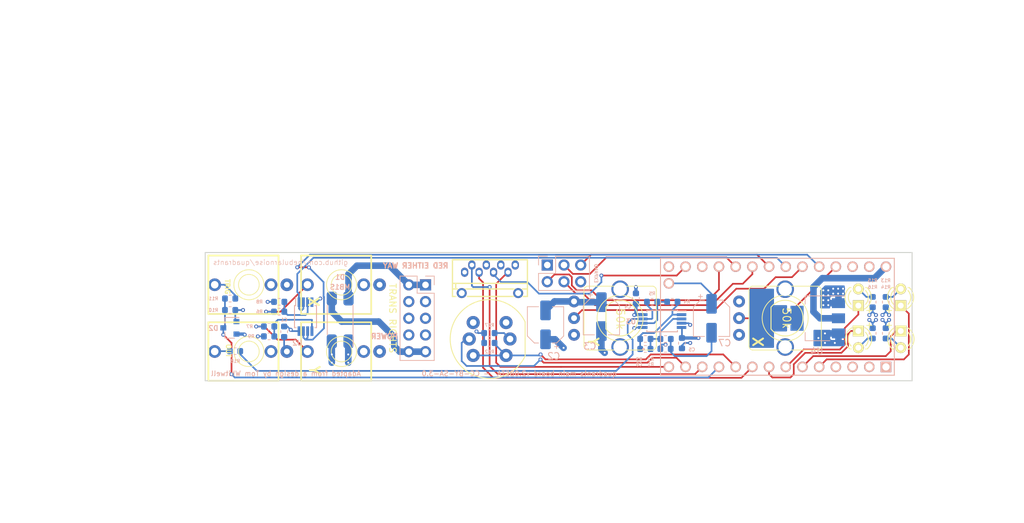
<source format=kicad_pcb>
(kicad_pcb (version 20171130) (host pcbnew "(5.1.5)-3")
  (layers (0 F.Cu signal) (1 In1.Cu signal) (2 In2.Cu signal) (31 B.Cu signal) (34 B.Paste user) (35 F.Paste user) (36 B.SilkS user) (37 F.SilkS user) (38 B.Mask user) (39 F.Mask user) (44 Edge.Cuts user))
  (net 0 "")
  (net 1 "Net-(U1-Pad20)")
  (net 2 "Net-(U1-Pad22)")
  (net 3 "Net-(U1-Pad4)")
  (net 4 "Net-(U1-Pad3)")
  (net 5 "Net-(U1-Pad2)")
  (net 6 +3V3)
  (net 7 GND)
  (net 8 MISO)
  (net 9 TIME_POT)
  (net 10 CHANNEL_POT)
  (net 11 +5V)
  (net 12 LED_RESET)
  (net 13 SS)
  (net 14 RESET_CV)
  (net 15 RESET_SW)
  (net 16 MOSI)
  (net 17 LED_4)
  (net 18 LED_3)
  (net 19 LED_2)
  (net 20 LED_1)
  (net 21 DAC)
  (net 22 SCLK)
  (net 23 A2)
  (net 24 A3)
  (net 25 A4)
  (net 26 A5)
  (net 27 TIME_CV_ADC)
  (net 28 CHANNEL_CV_ADC)
  (net 29 +12V)
  (net 30 -12V)
  (net 31 "Net-(C7-Pad2)")
  (net 32 "Net-(C8-Pad1)")
  (net 33 "Net-(C8-Pad2)")
  (net 34 "Net-(CON1-Pad1)")
  (net 35 "Net-(CON1-Pad8)")
  (net 36 "Net-(CON1-Pad9)")
  (net 37 "Net-(CON1-Pad10)")
  (net 38 "Net-(R4-Pad1)")
  (net 39 AUDIO_OUT)
  (net 40 TIME_CV)
  (net 41 CHANNEL_CV)
  (net 42 "Net-(J5-PadT)")
  (net 43 "Net-(J6-PadT)")
  (net 44 "Net-(J7-PadT)")
  (net 45 "Net-(J8-PadT)")
  (net 46 "Net-(J5-PadTN)")
  (net 47 "Net-(J6-PadTN)")
  (net 48 "Net-(J7-PadTN)")
  (net 49 "Net-(J8-PadTN)")
  (net 50 "Net-(HS1-Pad1)")
  (net 51 "Net-(R17-Pad2)")
  (net 52 "Net-(D1-Pad3)")
  (net 53 "Net-(D1-Pad4)")
  (net 54 "Net-(D5-Pad1)")
  (net 55 "Net-(D6-Pad1)")
  (net 56 "Net-(D7-Pad1)")
  (net 57 "Net-(D8-Pad1)")
  (module prok_smd:KS01BL (layer F.Cu) (at 143.25 68.15)
    (fp_text reference SW1 hide)
    (fp_text value SW_Push_LED)
    (pad 1 thru_hole circle (at 2.5 -2.5) (size 2 2) (drill 1) (layers *.Cu *.Mask) (net 6 +3V3))
    (pad 1 thru_hole circle (at -2.5 -2.5) (size 2 2) (drill 1) (layers *.Cu *.Mask) (net 6 +3V3))
    (pad 2 thru_hole circle (at -2.5 2.5) (size 2 2) (drill 1) (layers *.Cu *.Mask) (net 15 RESET_SW))
    (pad 2 thru_hole circle (at 2.5 2.5) (size 2 2) (drill 1) (layers *.Cu *.Mask) (net 15 RESET_SW))
    (pad 3 thru_hole circle (at 3.1 0) (size 2 2) (drill 1) (layers *.Cu *.Mask) (net 51 "Net-(R17-Pad2)"))
    (pad 4 thru_hole circle (at -3.1 0) (size 2 2) (drill 1) (layers *.Cu *.Mask) (net 12 LED_RESET))
  )
  (module Connector_PinHeader_2.54mm:PinHeader_2x05_P2.54mm_Vertical (layer B.Cu) (at 133.5 59.92 180)
    (fp_text reference J1 hide)
    (fp_text value POWER)
    (pad 10 thru_hole oval (at 2.54 -10.16 180) (size 1.7 1.7) (drill 1) (layers *.Cu *.Mask) (net 52 "Net-(D1-Pad3)"))
    (pad 9 thru_hole oval (at 0 -10.16 180) (size 1.7 1.7) (drill 1) (layers *.Cu *.Mask) (net 52 "Net-(D1-Pad3)"))
    (pad 8 thru_hole oval (at 2.54 -7.62 180) (size 1.7 1.7) (drill 1) (layers *.Cu *.Mask) (net 7 GND))
    (pad 7 thru_hole oval (at 0 -7.62 180) (size 1.7 1.7) (drill 1) (layers *.Cu *.Mask) (net 7 GND))
    (pad 6 thru_hole oval (at 2.54 -5.08 180) (size 1.7 1.7) (drill 1) (layers *.Cu *.Mask) (net 7 GND))
    (pad 5 thru_hole oval (at 0 -5.08 180) (size 1.7 1.7) (drill 1) (layers *.Cu *.Mask) (net 7 GND))
    (pad 4 thru_hole oval (at 2.54 -2.54 180) (size 1.7 1.7) (drill 1) (layers *.Cu *.Mask) (net 7 GND))
    (pad 3 thru_hole oval (at 0 -2.54 180) (size 1.7 1.7) (drill 1) (layers *.Cu *.Mask) (net 7 GND))
    (pad 2 thru_hole oval (at 2.54 0 180) (size 1.7 1.7) (drill 1) (layers *.Cu *.Mask) (net 53 "Net-(D1-Pad4)"))
    (pad 1 thru_hole rect (at 0 0 180) (size 1.7 1.7) (drill 1) (layers *.Cu *.Mask) (net 53 "Net-(D1-Pad4)"))
  )
  (module Resistor_SMD:R_0603_1608Metric (layer B.Cu) (at 109.7125 66.25 180)
    (fp_text reference R7 (at 2.9625 0 180) (layer B.SilkS) (effects (font (size 0.5 0.5) (thickness 0.1)) (justify mirror)))
    (fp_text value 27k)
    (pad 2 smd roundrect (at 0.7875 0 180) (size 0.875 0.95) (layers B.Cu B.Paste B.Mask) (net 43 "Net-(J6-PadT)"))
    (pad 1 smd roundrect (at -0.7875 0 180) (size 0.875 0.95) (layers B.Cu B.Paste B.Mask) (net 41 CHANNEL_CV))
  )
  (module Resistor_SMD:R_0603_1608Metric (layer B.Cu) (at 109.712499 67.75)
    (fp_text reference R9 (at -2.712499 0) (layer B.SilkS) (effects (font (size 0.5 0.5) (thickness 0.1)) (justify mirror)))
    (fp_text value 56k)
    (pad 1 smd roundrect (at -0.7875 0) (size 0.875 0.95) (layers B.Cu B.Paste B.Mask) (net 7 GND))
    (pad 2 smd roundrect (at 0.7875 0) (size 0.875 0.95) (layers B.Cu B.Paste B.Mask) (net 41 CHANNEL_CV))
  )
  (module Package_TO_SOT_SMD:SOT-23 (layer B.Cu) (at 103.75 66.45 180)
    (fp_text reference D2 (at 2.5 -0.05 180) (layer B.SilkS) (effects (font (size 0.75 0.75)) (justify mirror)))
    (fp_text value BAT54S hide)
    (pad 3 smd rect (at 1 0 180) (size 0.9 0.8) (layers B.Cu B.Paste B.Mask) (net 14 RESET_CV))
    (pad 2 smd rect (at -1 -0.95 180) (size 0.9 0.8) (layers B.Cu B.Paste B.Mask) (net 6 +3V3))
    (pad 1 smd rect (at -1 0.95 180) (size 0.9 0.8) (layers B.Cu B.Paste B.Mask) (net 7 GND))
  )
  (module NN_Footprints:SOIC-4-POWER (layer B.Cu) (at 120.5 65.25 90)
    (fp_text reference D1 (at 6.5 0) (layer B.SilkS) (effects (font (size 0.75 0.75)) (justify mirror)))
    (fp_text value MB1S)
    (fp_text user MB1S (at 5 0 unlocked) (layer B.SilkS) (effects (font (size 0.75 0.75)) (justify mirror)))
    (pad 1 smd roundrect (at -3.25 1.29 90) (size 2.1 1.55) (layers B.Cu B.Paste B.Mask) (net 29 +12V))
    (pad 2 smd roundrect (at -3.25 -1.25 90) (size 2.1 1.55) (layers B.Cu B.Paste B.Mask) (net 30 -12V))
    (pad 3 smd roundrect (at 3.25 -1.25 90) (size 2.1 1.55) (layers B.Cu B.Paste B.Mask) (net 52 "Net-(D1-Pad3)"))
    (pad 4 smd roundrect (at 3.25 1.29 90) (size 2.1 1.55) (layers B.Cu B.Paste B.Mask) (net 53 "Net-(D1-Pad4)"))
  )
  (module Resistor_SMD:R_0603_1608Metric (layer B.Cu) (at 143.2125 68.75 180)
    (fp_text reference R12 (at -0.0435 -1.354 180) (layer B.SilkS) (effects (font (size 0.5 0.5) (thickness 0.1)) (justify mirror)))
    (fp_text value 27k)
    (pad 2 smd roundrect (at 0.7875 0 180) (size 0.875 0.95) (layers B.Cu B.Paste B.Mask) (net 7 GND))
    (pad 1 smd roundrect (at -0.7875 0 180) (size 0.875 0.95) (layers B.Cu B.Paste B.Mask) (net 15 RESET_SW))
  )
  (module 4ms-footprints:LED-3MM-SQUARE-ANODE (layer F.Cu) (at 199.325 68.2 90)
    (fp_text reference D8 hide)
    (fp_text value LED hide)
    (pad 2 thru_hole rect (at 1.27 0 90) (size 1.651 1.651) (drill 0.889) (layers *.Cu *.Mask F.SilkS) (net 17 LED_4))
    (pad 1 thru_hole circle (at -1.27 0 180) (size 1.651 1.651) (drill 0.889) (layers *.Cu *.Mask F.SilkS) (net 57 "Net-(D8-Pad1)"))
  )
  (module 4ms-footprints:LED-3MM-SQUARE-ANODE (layer F.Cu) (at 199.325 61.8 270)
    (fp_text reference D7 hide)
    (fp_text value LED hide)
    (pad 2 thru_hole rect (at 1.27 0 270) (size 1.651 1.651) (drill 0.889) (layers *.Cu *.Mask F.SilkS) (net 18 LED_3))
    (pad 1 thru_hole circle (at -1.27 0) (size 1.651 1.651) (drill 0.889) (layers *.Cu *.Mask F.SilkS) (net 56 "Net-(D7-Pad1)"))
  )
  (module 4ms-footprints:LED-3MM-SQUARE-ANODE (layer F.Cu) (at 205.775 68.2 90)
    (fp_text reference D6 hide)
    (fp_text value LED hide)
    (pad 2 thru_hole rect (at 1.27 0 90) (size 1.651 1.651) (drill 0.889) (layers *.Cu *.Mask F.SilkS) (net 19 LED_2))
    (pad 1 thru_hole circle (at -1.27 0 180) (size 1.651 1.651) (drill 0.889) (layers *.Cu *.Mask F.SilkS) (net 55 "Net-(D6-Pad1)"))
  )
  (module 4ms-footprints:LED-3MM-SQUARE-ANODE (layer F.Cu) (at 205.775 61.8 270)
    (fp_text reference D5 hide)
    (fp_text value LED hide)
    (pad 2 thru_hole rect (at 1.27 0 270) (size 1.651 1.651) (drill 0.889) (layers *.Cu *.Mask F.SilkS) (net 20 LED_1))
    (pad 1 thru_hole circle (at -1.27 0) (size 1.651 1.651) (drill 0.889) (layers *.Cu *.Mask F.SilkS) (net 54 "Net-(D5-Pad1)"))
  )
  (module prok_smd:Teensy30_31_32_LC (layer B.Cu) (at 186.817 64.77 180)
    (fp_text reference U1 hide)
    (fp_text value Teensy3.2)
    (pad 1 thru_hole rect (at -16.71 -7.62 180) (size 1.6 1.6) (drill 1.1) (layers *.Cu *.Mask B.SilkS) (net 7 GND))
    (pad 2 thru_hole circle (at -14.17 -7.62 180) (size 1.6 1.6) (drill 1.1) (layers *.Cu *.Mask B.SilkS) (net 5 "Net-(U1-Pad2)"))
    (pad 3 thru_hole circle (at -11.63 -7.62 180) (size 1.6 1.6) (drill 1.1) (layers *.Cu *.Mask B.SilkS) (net 4 "Net-(U1-Pad3)"))
    (pad 4 thru_hole circle (at -9.09 -7.62 180) (size 1.6 1.6) (drill 1.1) (layers *.Cu *.Mask B.SilkS) (net 3 "Net-(U1-Pad4)"))
    (pad 5 thru_hole circle (at -6.55 -7.62 180) (size 1.6 1.6) (drill 1.1) (layers *.Cu *.Mask B.SilkS) (net 20 LED_1))
    (pad 6 thru_hole circle (at -4.01 -7.62 180) (size 1.6 1.6) (drill 1.1) (layers *.Cu *.Mask B.SilkS) (net 19 LED_2))
    (pad 7 thru_hole circle (at -1.47 -7.62 180) (size 1.6 1.6) (drill 1.1) (layers *.Cu *.Mask B.SilkS) (net 18 LED_3))
    (pad 8 thru_hole circle (at 1.07 -7.62 180) (size 1.6 1.6) (drill 1.1) (layers *.Cu *.Mask B.SilkS) (net 17 LED_4))
    (pad 9 thru_hole circle (at 3.61 -7.62 180) (size 1.6 1.6) (drill 1.1) (layers *.Cu *.Mask B.SilkS) (net 16 MOSI))
    (pad 10 thru_hole circle (at 6.15 -7.62 180) (size 1.6 1.6) (drill 1.1) (layers *.Cu *.Mask B.SilkS) (net 15 RESET_SW))
    (pad 11 thru_hole circle (at 8.69 -7.62 180) (size 1.6 1.6) (drill 1.1) (layers *.Cu *.Mask B.SilkS) (net 14 RESET_CV))
    (pad 12 thru_hole circle (at 11.23 -7.62 180) (size 1.6 1.6) (drill 1.1) (layers *.Cu *.Mask B.SilkS) (net 13 SS))
    (pad 13 thru_hole circle (at 13.77 -7.62 180) (size 1.6 1.6) (drill 1.1) (layers *.Cu *.Mask B.SilkS) (net 12 LED_RESET))
    (pad 33 thru_hole circle (at -16.71 7.62 180) (size 1.6 1.6) (drill 1.1) (layers *.Cu *.Mask B.SilkS) (net 11 +5V))
    (pad 32 thru_hole circle (at -14.17 7.62 180) (size 1.6 1.6) (drill 1.1) (layers *.Cu *.Mask B.SilkS) (net 7 GND))
    (pad 31 thru_hole circle (at -11.63 7.62 180) (size 1.6 1.6) (drill 1.1) (layers *.Cu *.Mask B.SilkS) (net 6 +3V3))
    (pad 30 thru_hole circle (at -9.09 7.62 180) (size 1.6 1.6) (drill 1.1) (layers *.Cu *.Mask B.SilkS) (net 10 CHANNEL_POT))
    (pad 29 thru_hole circle (at -6.55 7.62 180) (size 1.6 1.6) (drill 1.1) (layers *.Cu *.Mask B.SilkS) (net 28 CHANNEL_CV_ADC))
    (pad 28 thru_hole circle (at -4.01 7.62 180) (size 1.6 1.6) (drill 1.1) (layers *.Cu *.Mask B.SilkS) (net 9 TIME_POT))
    (pad 27 thru_hole circle (at -1.47 7.62 180) (size 1.6 1.6) (drill 1.1) (layers *.Cu *.Mask B.SilkS) (net 27 TIME_CV_ADC))
    (pad 26 thru_hole circle (at 1.07 7.62 180) (size 1.6 1.6) (drill 1.1) (layers *.Cu *.Mask B.SilkS) (net 26 A5))
    (pad 25 thru_hole circle (at 3.61 7.62 180) (size 1.6 1.6) (drill 1.1) (layers *.Cu *.Mask B.SilkS) (net 25 A4))
    (pad 24 thru_hole circle (at 6.15 7.62 180) (size 1.6 1.6) (drill 1.1) (layers *.Cu *.Mask B.SilkS) (net 24 A3))
    (pad 23 thru_hole circle (at 8.69 7.62 180) (size 1.6 1.6) (drill 1.1) (layers *.Cu *.Mask B.SilkS) (net 23 A2))
    (pad 22 thru_hole circle (at 11.23 7.62 180) (size 1.6 1.6) (drill 1.1) (layers *.Cu *.Mask B.SilkS) (net 2 "Net-(U1-Pad22)"))
    (pad 21 thru_hole circle (at 13.77 7.62 180) (size 1.6 1.6) (drill 1.1) (layers *.Cu *.Mask B.SilkS) (net 22 SCLK))
    (pad 14 thru_hole circle (at 16.31 -7.62 180) (size 1.6 1.6) (drill 1.1) (layers *.Cu *.Mask B.SilkS) (net 8 MISO))
    (pad 20 thru_hole circle (at 16.31 7.62 180) (size 1.6 1.6) (drill 1.1) (layers *.Cu *.Mask B.SilkS) (net 1 "Net-(U1-Pad20)"))
    (pad 19 thru_hole circle (at 16.31 5.08 180) (size 1.6 1.6) (drill 1.1) (layers *.Cu *.Mask B.SilkS) (net 21 DAC))
  )
  (module 4ms-footprints:MICROSD-YAMAICHI-PJS-VERT (layer F.Cu) (at 142.899751 59.62)
    (fp_text reference CON1 hide)
    (fp_text value microSD_Card)
    (pad 10 thru_hole oval (at 4.6926 1.54992) (size 1.524 1.524) (drill 0.9144) (layers *.Cu *.Mask) (net 37 "Net-(CON1-Pad10)"))
    (pad 9 thru_hole oval (at -3.8926 1.54992) (size 1.524 1.524) (drill 0.9144) (layers *.Cu *.Mask) (net 36 "Net-(CON1-Pad9)"))
    (pad 7 thru_hole oval (at 3.149931 -1.62) (size 1.0922 1.397) (drill 0.6858) (layers *.Cu *.Mask) (net 8 MISO))
    (pad 8 thru_hole oval (at 4.249751 -2.71982) (size 1.0922 1.397) (drill 0.6858) (layers *.Cu *.Mask) (net 35 "Net-(CON1-Pad8)"))
    (pad 5 thru_hole oval (at 0.950037 -1.62) (size 1.0922 1.397) (drill 0.6858) (layers *.Cu *.Mask) (net 22 SCLK))
    (pad 6 thru_hole oval (at 2.049857 -2.71982) (size 1.0922 1.397) (drill 0.6858) (layers *.Cu *.Mask) (net 7 GND))
    (pad 3 thru_hole oval (at -1.249857 -1.62) (size 1.0922 1.397) (drill 0.69977) (layers *.Cu *.Mask) (net 16 MOSI))
    (pad 4 thru_hole oval (at -0.150037 -2.71982) (size 1.0922 1.397) (drill 0.6858) (layers *.Cu *.Mask) (net 6 +3V3))
    (pad 1 thru_hole oval (at -3.449751 -1.62) (size 1.0922 1.397) (drill 0.6858) (layers *.Cu *.Mask) (net 34 "Net-(CON1-Pad1)"))
    (pad 2 thru_hole oval (at -2.349931 -2.71982) (size 1.0922 1.397) (drill 0.6858) (layers *.Cu *.Mask) (net 13 SS))
  )
  (module Capacitor_SMD:C_0603_1608Metric (layer B.Cu) (at 112 67.0375 270)
    (fp_text reference C1 (at -1.8035 0 180) (layer B.SilkS) (effects (font (size 0.5 0.5) (thickness 0.1)) (justify mirror)))
    (fp_text value 100n)
    (pad 1 smd roundrect (at -0.7875 0 270) (size 0.875 0.95) (layers B.Cu B.Paste B.Mask) (net 6 +3V3))
    (pad 2 smd roundrect (at 0.7875 0 270) (size 0.875 0.95) (layers B.Cu B.Paste B.Mask) (net 7 GND))
  )
  (module Capacitor_SMD:CP_Elec_5x5.9 (layer B.Cu) (at 151.75 66 90)
    (fp_text reference C2 (at -4.75 1.25 180) (layer B.SilkS) (effects (justify mirror)))
    (fp_text value 10uF)
    (pad 2 smd roundrect (at 2.2 0 90) (size 3 1.6) (layers B.Cu B.Paste B.Mask) (roundrect_rratio 0.15625) (net 7 GND))
    (pad 1 smd roundrect (at -2.2 0 90) (size 3 1.6) (layers B.Cu B.Paste B.Mask) (roundrect_rratio 0.15625) (net 29 +12V))
  )
  (module Capacitor_SMD:CP_Elec_5x5.9 (layer B.Cu) (at 160.25 64.75 270)
    (fp_text reference C3 (at 4.5 1.75) (layer B.SilkS) (effects (justify mirror)))
    (fp_text value 10uF)
    (pad 1 smd roundrect (at -2.2 0 270) (size 3 1.6) (layers B.Cu B.Paste B.Mask) (roundrect_rratio 0.15625) (net 7 GND))
    (pad 2 smd roundrect (at 2.2 0 270) (size 3 1.6) (layers B.Cu B.Paste B.Mask) (roundrect_rratio 0.15625) (net 30 -12V))
  )
  (module Capacitor_SMD:C_0603_1608Metric (layer B.Cu) (at 165.5 62 90)
    (fp_text reference C4 (at -1.25 -1.25 180) (layer B.SilkS) (effects (font (size 0.5 0.5) (thickness 0.1)) (justify mirror)))
    (fp_text value 100n)
    (pad 1 smd roundrect (at -0.7875 0 90) (size 0.875 0.95) (layers B.Cu B.Paste B.Mask) (net 29 +12V))
    (pad 2 smd roundrect (at 0.7875 0 90) (size 0.875 0.95) (layers B.Cu B.Paste B.Mask) (net 7 GND))
  )
  (module Capacitor_SMD:C_0603_1608Metric (layer B.Cu) (at 172.5 68.7875 90)
    (fp_text reference C5 (at -0.9625 1.5) (layer B.SilkS) (effects (font (size 0.5 0.5) (thickness 0.1)) (justify mirror)))
    (fp_text value 100n)
    (pad 2 smd roundrect (at 0.7875 0 90) (size 0.875 0.95) (layers B.Cu B.Paste B.Mask) (net 30 -12V))
    (pad 1 smd roundrect (at -0.7875 0 90) (size 0.875 0.95) (layers B.Cu B.Paste B.Mask) (net 7 GND))
  )
  (module Capacitor_SMD:CP_Elec_5x5.9 (layer B.Cu) (at 177 65 270)
    (fp_text reference C7 (at 3.75 -2) (layer B.SilkS) (effects (justify mirror)))
    (fp_text value 10uF)
    (pad 1 smd roundrect (at -2.2 0 270) (size 3 1.6) (layers B.Cu B.Paste B.Mask) (roundrect_rratio 0.15625) (net 21 DAC))
    (pad 2 smd roundrect (at 2.2 0 270) (size 3 1.6) (layers B.Cu B.Paste B.Mask) (roundrect_rratio 0.15625) (net 31 "Net-(C7-Pad2)"))
  )
  (module Capacitor_SMD:C_0603_1608Metric (layer B.Cu) (at 166.9319 69.6636 180)
    (fp_text reference C8 (at 0.9319 -2.3364) (layer B.SilkS) (effects (font (size 0.5 0.5) (thickness 0.1)) (justify mirror)))
    (fp_text value 150pF)
    (pad 1 smd roundrect (at -0.7875 0 180) (size 0.875 0.95) (layers B.Cu B.Paste B.Mask) (net 32 "Net-(C8-Pad1)"))
    (pad 2 smd roundrect (at 0.7875 0 180) (size 0.875 0.95) (layers B.Cu B.Paste B.Mask) (net 33 "Net-(C8-Pad2)"))
  )
  (module Resistor_SMD:R_0603_1608Metric (layer B.Cu) (at 170 69.65)
    (fp_text reference R1 (at -2.25 2.35 180) (layer B.SilkS) (effects (font (size 0.5 0.5) (thickness 0.1)) (justify mirror)))
    (fp_text value 39k)
    (pad 1 smd roundrect (at -0.7875 0) (size 0.875 0.95) (layers B.Cu B.Paste B.Mask) (net 7 GND))
    (pad 2 smd roundrect (at 0.7875 0) (size 0.875 0.95) (layers B.Cu B.Paste B.Mask) (net 31 "Net-(C7-Pad2)"))
  )
  (module Resistor_SMD:R_0603_1608Metric (layer B.Cu) (at 170.0125 68.15)
    (fp_text reference R2 (at -2.2625 3.1 180) (layer B.SilkS) (effects (font (size 0.5 0.5) (thickness 0.1)) (justify mirror)))
    (fp_text value 5.6k)
    (pad 2 smd roundrect (at 0.7875 0) (size 0.875 0.95) (layers B.Cu B.Paste B.Mask) (net 31 "Net-(C7-Pad2)"))
    (pad 1 smd roundrect (at -0.7875 0) (size 0.875 0.95) (layers B.Cu B.Paste B.Mask) (net 32 "Net-(C8-Pad1)"))
  )
  (module Resistor_SMD:R_0603_1608Metric (layer B.Cu) (at 166.9319 68.1396)
    (fp_text reference R3 (at -0.9319 3.1104 180) (layer B.SilkS) (effects (font (size 0.5 0.5) (thickness 0.1)) (justify mirror)))
    (fp_text value 56k)
    (pad 1 smd roundrect (at -0.7875 0) (size 0.875 0.95) (layers B.Cu B.Paste B.Mask) (net 33 "Net-(C8-Pad2)"))
    (pad 2 smd roundrect (at 0.7875 0) (size 0.875 0.95) (layers B.Cu B.Paste B.Mask) (net 32 "Net-(C8-Pad1)"))
  )
  (module Resistor_SMD:R_0603_1608Metric (layer B.Cu) (at 171.037499 62.5)
    (fp_text reference R4 (at 2.212501 0 180) (layer B.SilkS) (effects (font (size 0.5 0.5) (thickness 0.1)) (justify mirror)))
    (fp_text value 56k)
    (pad 1 smd roundrect (at -0.7875 0) (size 0.875 0.95) (layers B.Cu B.Paste B.Mask) (net 38 "Net-(R4-Pad1)"))
    (pad 2 smd roundrect (at 0.7875 0) (size 0.875 0.95) (layers B.Cu B.Paste B.Mask) (net 33 "Net-(C8-Pad2)"))
  )
  (module Resistor_SMD:R_0603_1608Metric (layer B.Cu) (at 167.9625 62.5)
    (fp_text reference R5 (at 0 -1.27 180) (layer B.SilkS) (effects (font (size 0.5 0.5) (thickness 0.1)) (justify mirror)))
    (fp_text value 56k)
    (pad 2 smd roundrect (at 0.7875 0) (size 0.875 0.95) (layers B.Cu B.Paste B.Mask) (net 38 "Net-(R4-Pad1)"))
    (pad 1 smd roundrect (at -0.7875 0) (size 0.875 0.95) (layers B.Cu B.Paste B.Mask) (net 39 AUDIO_OUT))
  )
  (module Package_SO:MSOP-8_3x3mm_P0.65mm (layer B.Cu) (at 115.25 64.749999 270)
    (fp_text reference U2 (at 4.000001 1.25) (layer B.SilkS) (effects (font (size 0.75 0.75)) (justify mirror)))
    (fp_text value MCP6002)
    (pad 8 smd rect (at 2.2 0.975 270) (size 1.45 0.45) (layers B.Cu B.Paste B.Mask) (net 6 +3V3))
    (pad 7 smd rect (at 2.2 0.325 270) (size 1.45 0.45) (layers B.Cu B.Paste B.Mask) (net 28 CHANNEL_CV_ADC))
    (pad 6 smd rect (at 2.2 -0.325 270) (size 1.45 0.45) (layers B.Cu B.Paste B.Mask) (net 28 CHANNEL_CV_ADC))
    (pad 5 smd rect (at 2.2 -0.975 270) (size 1.45 0.45) (layers B.Cu B.Paste B.Mask) (net 41 CHANNEL_CV))
    (pad 4 smd rect (at -2.2 -0.975 270) (size 1.45 0.45) (layers B.Cu B.Paste B.Mask) (net 7 GND))
    (pad 3 smd rect (at -2.2 -0.325 270) (size 1.45 0.45) (layers B.Cu B.Paste B.Mask) (net 40 TIME_CV))
    (pad 2 smd rect (at -2.2 0.325 270) (size 1.45 0.45) (layers B.Cu B.Paste B.Mask) (net 27 TIME_CV_ADC))
    (pad 1 smd rect (at -2.2 0.975 270) (size 1.45 0.45) (layers B.Cu B.Paste B.Mask) (net 27 TIME_CV_ADC))
  )
  (module Package_SO:TSSOP-8_4.4x3mm_P0.65mm (layer B.Cu) (at 169.486178 65.423616 180)
    (fp_text reference U3 (at 4.736178 -0.076384) (layer B.SilkS) (effects (font (size 0.75 0.75)) (justify mirror)))
    (fp_text value TL072)
    (pad 1 smd rect (at -2.95 0.975 180) (size 1.45 0.45) (layers B.Cu B.Paste B.Mask) (net 33 "Net-(C8-Pad2)"))
    (pad 2 smd rect (at -2.95 0.325 180) (size 1.45 0.45) (layers B.Cu B.Paste B.Mask) (net 32 "Net-(C8-Pad1)"))
    (pad 3 smd rect (at -2.95 -0.325 180) (size 1.45 0.45) (layers B.Cu B.Paste B.Mask) (net 7 GND))
    (pad 4 smd rect (at -2.95 -0.975 180) (size 1.45 0.45) (layers B.Cu B.Paste B.Mask) (net 30 -12V))
    (pad 5 smd rect (at 2.95 -0.975 180) (size 1.45 0.45) (layers B.Cu B.Paste B.Mask) (net 7 GND))
    (pad 6 smd rect (at 2.95 -0.325 180) (size 1.45 0.45) (layers B.Cu B.Paste B.Mask) (net 38 "Net-(R4-Pad1)"))
    (pad 7 smd rect (at 2.95 0.325 180) (size 1.45 0.45) (layers B.Cu B.Paste B.Mask) (net 39 AUDIO_OUT))
    (pad 8 smd rect (at 2.95 0.975 180) (size 1.45 0.45) (layers B.Cu B.Paste B.Mask) (net 29 +12V))
  )
  (module Package_TO_SOT_SMD:SOT-223 (layer B.Cu) (at 193.15 65 180)
    (fp_text reference U4 (at 0.15 -5) (layer B.SilkS) (effects (justify mirror)))
    (fp_text value REG1117)
    (pad 1 smd rect (at -3.15 2.3 180) (size 2 1.5) (layers B.Cu B.Paste B.Mask) (net 7 GND))
    (pad 3 smd rect (at -3.15 -2.3 180) (size 2 1.5) (layers B.Cu B.Paste B.Mask) (net 29 +12V))
    (pad 2 smd rect (at -3.15 0 180) (size 2 1.5) (layers B.Cu B.Paste B.Mask) (net 11 +5V))
    (pad 4 smd rect (at 3.15 0 180) (size 2 3.8) (layers B.Cu B.Paste B.Mask) (net 50 "Net-(HS1-Pad1)"))
  )
  (module 4ms-footprints:POT-9MM-ALPHA (layer F.Cu) (at 188.2 64.975 90)
    (fp_text reference X1 hide)
    (fp_text value 50k (at 1.729 -0.494 270 unlocked) (layer F.SilkS) (effects (font (size 1.2065 1.2065) (thickness 0.1524)) (justify left bottom)))
    (pad 5 thru_hole circle (at -4.394363 -0.001843 90) (size 2.667 2.667) (drill 2.0574) (layers *.Cu *.Mask))
    (pad 4 thru_hole circle (at 4.394037 -0.001843 90) (size 2.667 2.667) (drill 2.0574) (layers *.Cu *.Mask))
    (pad 1 thru_hole circle (at 2.539837 -7.012243) (size 1.8034 1.8034) (drill 0.889) (layers *.Cu *.Mask) (net 7 GND))
    (pad 2 thru_hole circle (at -0.000163 -7.012243) (size 1.8034 1.8034) (drill 0.889) (layers *.Cu *.Mask) (net 10 CHANNEL_POT))
    (pad 3 thru_hole circle (at -2.540163 -7.012243) (size 1.8034 1.8034) (drill 0.889) (layers *.Cu *.Mask) (net 6 +3V3))
  )
  (module 4ms-footprints:POT-9MM-ALPHA (layer F.Cu) (at 163.1 64.975 90)
    (fp_text reference Y1 hide)
    (fp_text value 50k (at 1.602 -0.667 270 unlocked) (layer F.SilkS) (effects (font (size 1.2065 1.2065) (thickness 0.1524)) (justify left bottom)))
    (pad 3 thru_hole circle (at -2.540163 -7.012243) (size 1.8034 1.8034) (drill 0.889) (layers *.Cu *.Mask) (net 6 +3V3))
    (pad 2 thru_hole circle (at -0.000163 -7.012243) (size 1.8034 1.8034) (drill 0.889) (layers *.Cu *.Mask) (net 9 TIME_POT))
    (pad 1 thru_hole circle (at 2.539837 -7.012243) (size 1.8034 1.8034) (drill 0.889) (layers *.Cu *.Mask) (net 7 GND))
    (pad 4 thru_hole circle (at 4.394037 -0.001843 90) (size 2.667 2.667) (drill 2.0574) (layers *.Cu *.Mask))
    (pad 5 thru_hole circle (at -4.394363 -0.001843 90) (size 2.667 2.667) (drill 2.0574) (layers *.Cu *.Mask))
  )
  (module Resistor_SMD:R_0603_1608Metric (layer B.Cu) (at 111.2405 64 180)
    (fp_text reference R6 (at 2.9905 0 180) (layer B.SilkS) (effects (font (size 0.5 0.5) (thickness 0.1)) (justify mirror)))
    (fp_text value 27k)
    (pad 1 smd roundrect (at -0.7875 0 180) (size 0.875 0.95) (layers B.Cu B.Paste B.Mask) (net 40 TIME_CV))
    (pad 2 smd roundrect (at 0.7875 0 180) (size 0.875 0.95) (layers B.Cu B.Paste B.Mask) (net 42 "Net-(J5-PadT)"))
  )
  (module Resistor_SMD:R_0603_1608Metric (layer B.Cu) (at 111.25 62.5)
    (fp_text reference R8 (at -3 0) (layer B.SilkS) (effects (font (size 0.5 0.5) (thickness 0.1)) (justify mirror)))
    (fp_text value 56k)
    (pad 2 smd roundrect (at 0.7875 0) (size 0.875 0.95) (layers B.Cu B.Paste B.Mask) (net 40 TIME_CV))
    (pad 1 smd roundrect (at -0.7875 0) (size 0.875 0.95) (layers B.Cu B.Paste B.Mask) (net 7 GND))
  )
  (module Resistor_SMD:R_0603_1608Metric (layer B.Cu) (at 103.7875 62)
    (fp_text reference R10 (at -2.5375 1.75 unlocked) (layer B.SilkS) (effects (font (size 0.5 0.5) (thickness 0.1)) (justify mirror)))
    (fp_text value 470R)
    (pad 1 smd roundrect (at -0.7875 0) (size 0.875 0.95) (layers B.Cu B.Paste B.Mask) (net 14 RESET_CV))
    (pad 2 smd roundrect (at 0.7875 0) (size 0.875 0.95) (layers B.Cu B.Paste B.Mask) (net 44 "Net-(J7-PadT)"))
  )
  (module Resistor_SMD:R_0603_1608Metric (layer B.Cu) (at 103.7875 63.75 180)
    (fp_text reference R11 (at 2.5375 1.75 unlocked) (layer B.SilkS) (effects (font (size 0.5 0.5) (thickness 0.1)) (justify mirror)))
    (fp_text value 100k)
    (pad 2 smd roundrect (at 0.7875 0 180) (size 0.875 0.95) (layers B.Cu B.Paste B.Mask) (net 14 RESET_CV))
    (pad 1 smd roundrect (at -0.7875 0 180) (size 0.875 0.95) (layers B.Cu B.Paste B.Mask) (net 7 GND))
  )
  (module Resistor_SMD:R_0603_1608Metric (layer B.Cu) (at 203.5 62.5375 90)
    (fp_text reference R13 (at 3.2875 0) (layer B.SilkS) (effects (font (size 0.5 0.5) (thickness 0.1)) (justify mirror)))
    (fp_text value 1.5k)
    (pad 1 smd roundrect (at -0.7875 0 90) (size 0.875 0.95) (layers B.Cu B.Paste B.Mask) (net 7 GND))
    (pad 2 smd roundrect (at 0.7875 0 90) (size 0.875 0.95) (layers B.Cu B.Paste B.Mask) (net 54 "Net-(D5-Pad1)"))
  )
  (module Resistor_SMD:R_0603_1608Metric (layer B.Cu) (at 203.5 67.2875 270)
    (fp_text reference R14 (at -7.0375 0 180) (layer B.SilkS) (effects (font (size 0.5 0.5) (thickness 0.1)) (justify mirror)))
    (fp_text value 1.5k hide)
    (pad 2 smd roundrect (at 0.7875 0 270) (size 0.875 0.95) (layers B.Cu B.Paste B.Mask) (net 55 "Net-(D6-Pad1)"))
    (pad 1 smd roundrect (at -0.7875 0 270) (size 0.875 0.95) (layers B.Cu B.Paste B.Mask) (net 7 GND))
  )
  (module Resistor_SMD:R_0603_1608Metric (layer B.Cu) (at 201.5 62.5375 90)
    (fp_text reference R15 (at 3.2875 0) (layer B.SilkS) (effects (font (size 0.5 0.5) (thickness 0.1)) (justify mirror)))
    (fp_text value 1.5k)
    (pad 2 smd roundrect (at 0.7875 0 90) (size 0.875 0.95) (layers B.Cu B.Paste B.Mask) (net 56 "Net-(D7-Pad1)"))
    (pad 1 smd roundrect (at -0.7875 0 90) (size 0.875 0.95) (layers B.Cu B.Paste B.Mask) (net 7 GND))
  )
  (module Resistor_SMD:R_0603_1608Metric (layer B.Cu) (at 201.5 67.2875 270)
    (fp_text reference R16 (at -7.0375 0 180) (layer B.SilkS) (effects (font (size 0.5 0.5) (thickness 0.1)) (justify mirror)))
    (fp_text value 1.5k hide)
    (pad 1 smd roundrect (at -0.7875 0 270) (size 0.875 0.95) (layers B.Cu B.Paste B.Mask) (net 7 GND))
    (pad 2 smd roundrect (at 0.7875 0 270) (size 0.875 0.95) (layers B.Cu B.Paste B.Mask) (net 57 "Net-(D8-Pad1)"))
  )
  (module Resistor_SMD:R_0603_1608Metric (layer B.Cu) (at 143.2125 67.25)
    (fp_text reference R17 (at 0.0435 -1.21) (layer B.SilkS) (effects (font (size 0.5 0.5) (thickness 0.1)) (justify mirror)))
    (fp_text value 1.5k)
    (pad 1 smd roundrect (at -0.7875 0) (size 0.875 0.95) (layers B.Cu B.Paste B.Mask) (net 7 GND))
    (pad 2 smd roundrect (at 0.7875 0) (size 0.875 0.95) (layers B.Cu B.Paste B.Mask) (net 51 "Net-(R17-Pad2)"))
  )
  (module Resistor_SMD:R_0603_1608Metric (layer B.Cu) (at 104.5375 70 180)
    (fp_text reference R18 (at -0.0375 -1.5 unlocked) (layer B.SilkS) (effects (font (size 0.5 0.5) (thickness 0.1)) (justify mirror)))
    (fp_text value 470R)
    (pad 1 smd roundrect (at -0.7875 0 180) (size 0.875 0.95) (layers B.Cu B.Paste B.Mask) (net 39 AUDIO_OUT))
    (pad 2 smd roundrect (at 0.7875 0 180) (size 0.875 0.95) (layers B.Cu B.Paste B.Mask) (net 45 "Net-(J8-PadT)"))
  )
  (module prok_smd:PJ301M-12 (layer F.Cu) (at 120.75 59.9)
    (fp_text reference J5 hide)
    (fp_text value TIME_CV hide)
    (pad T thru_hole circle (at -5.207 0) (size 1.9304 1.9304) (drill 1.143) (layers *.Cu *.Mask) (net 42 "Net-(J5-PadT)"))
    (pad S thru_hole circle (at 5.7658 0) (size 1.9304 1.9304) (drill 0.889) (layers *.Cu *.Mask) (net 7 GND))
    (pad TN thru_hole circle (at 3.3528 0) (size 1.9304 1.9304) (drill 1.143) (layers *.Cu *.Mask) (net 46 "Net-(J5-PadTN)"))
  )
  (module prok_smd:PJ301M-12 (layer F.Cu) (at 120.75 70.05)
    (fp_text reference J6 hide)
    (fp_text value CHANNEL_CV hide)
    (pad TN thru_hole circle (at 3.3528 0) (size 1.9304 1.9304) (drill 1.143) (layers *.Cu *.Mask) (net 47 "Net-(J6-PadTN)"))
    (pad S thru_hole circle (at 5.7658 0) (size 1.9304 1.9304) (drill 0.889) (layers *.Cu *.Mask) (net 7 GND))
    (pad T thru_hole circle (at -5.207 0) (size 1.9304 1.9304) (drill 1.143) (layers *.Cu *.Mask) (net 43 "Net-(J6-PadT)"))
  )
  (module prok_smd:PJ301M-12 (layer F.Cu) (at 106.65 59.9)
    (fp_text reference J7 hide)
    (fp_text value RESET_CV hide)
    (pad T thru_hole circle (at -5.207 0) (size 1.9304 1.9304) (drill 1.143) (layers *.Cu *.Mask) (net 44 "Net-(J7-PadT)"))
    (pad S thru_hole circle (at 5.7658 0) (size 1.9304 1.9304) (drill 0.889) (layers *.Cu *.Mask) (net 7 GND))
    (pad TN thru_hole circle (at 3.3528 0) (size 1.9304 1.9304) (drill 1.143) (layers *.Cu *.Mask) (net 48 "Net-(J7-PadTN)"))
  )
  (module prok_smd:PJ301M-12 (layer F.Cu) (at 106.65 70.05)
    (fp_text reference J8 hide)
    (fp_text value OUT (at -3.526 -1.216 270 unlocked) (layer F.SilkS) (effects (font (size 0.7 0.7) (thickness 0.1524)) (justify left bottom)))
    (pad TN thru_hole circle (at 3.3528 0) (size 1.9304 1.9304) (drill 1.143) (layers *.Cu *.Mask) (net 49 "Net-(J8-PadTN)"))
    (pad S thru_hole circle (at 5.7658 0) (size 1.9304 1.9304) (drill 0.889) (layers *.Cu *.Mask) (net 7 GND))
    (pad T thru_hole circle (at -5.207 0) (size 1.9304 1.9304) (drill 1.143) (layers *.Cu *.Mask) (net 45 "Net-(J8-PadT)"))
  )
  (module Connector_PinHeader_2.54mm:PinHeader_2x03_P2.54mm_Vertical (layer B.Cu) (at 152.02 56.9 270)
    (fp_text reference EXPAND1 hide)
    (fp_text value EXPAND (at 1.27 -7.41 270 unlocked) (layer B.SilkS) (effects (font (size 0.5 0.5) (thickness 0.1)) (justify mirror)))
    (pad 1 thru_hole rect (at 0 0 270) (size 1.7 1.7) (drill 1) (layers *.Cu *.Mask) (net 7 GND))
    (pad 2 thru_hole oval (at 2.54 0 270) (size 1.7 1.7) (drill 1) (layers *.Cu *.Mask) (net 23 A2))
    (pad 3 thru_hole oval (at 0 -2.54 270) (size 1.7 1.7) (drill 1) (layers *.Cu *.Mask) (net 24 A3))
    (pad 4 thru_hole oval (at 2.54 -2.54 270) (size 1.7 1.7) (drill 1) (layers *.Cu *.Mask) (net 25 A4))
    (pad 5 thru_hole oval (at 0 -5.08 270) (size 1.7 1.7) (drill 1) (layers *.Cu *.Mask) (net 26 A5))
    (pad 6 thru_hole oval (at 2.54 -5.08 270) (size 1.7 1.7) (drill 1) (layers *.Cu *.Mask) (net 6 +3V3))
  )
  (gr_text POWER (at 127.25 67.75) (layer B.SilkS) (effects (font (size 0.8 0.8) (thickness 0.2)) (justify mirror)))
  (gr_text "quadrants main board v2.0BETA  - CC-BY-SA-3.0" (at 147.75 73.406) (layer B.SilkS) (effects (font (size 0.75 0.75) (thickness 0.125)) (justify mirror)))
  (gr_text X (at 184.15 68.58 90) (layer F.SilkS) (effects (font (size 1.5 1.5) (thickness 0.3)) (justify mirror)))
  (gr_text Y (at 159.004 68.58 270) (layer F.SilkS) (effects (font (size 1.5 1.5) (thickness 0.3)) (justify mirror)))
  (gr_text TRIG (at 103.378 60.198 270) (layer F.SilkS) (effects (font (size 0.7 0.7) (thickness 0.175))))
  (gr_text Y (at 116.586 72.898 270) (layer F.SilkS) (effects (font (size 1.5 1.5) (thickness 0.3)) (justify mirror)))
  (gr_text X (at 116.586 62.484 90) (layer F.SilkS) (effects (font (size 1.5 1.5) (thickness 0.3)) (justify mirror)))
  (gr_text "Adapted from a design by Tom Whitwell" (at 112.268 73.406) (layer B.SilkS) (effects (font (size 0.75 0.75) (thickness 0.125)) (justify mirror)))
  (gr_text "RED EITHER WAY" (at 132 57) (layer B.SilkS) (effects (font (size 0.8 0.8) (thickness 0.2)) (justify mirror)))
  (gr_text "TRANS RIGHTS" (at 128.5 65 270) (layer F.SilkS) (effects (font (size 1 1))))
  (gr_text github.com/nebularnoise/quadrants (at 121.75 56.5) (layer B.SilkS) (effects (font (size 0.75 0.75) (thickness 0.075)) (justify left mirror)))
  (gr_text + (at 201 63.75) (layer F.SilkS) (effects (font (size 1 1))))
  (gr_text + (at 201 66) (layer F.SilkS) (effects (font (size 1 1))))
  (gr_text + (at 204 66) (layer F.SilkS) (effects (font (size 1 1))))
  (gr_text + (at 204 63.75) (layer F.SilkS) (effects (font (size 1 1))))
  (gr_line (start 100 55) (end 207.5 55) (layer Edge.Cuts) (width 0.15))
  (gr_line (start 100 74.5) (end 207.5 74.5) (layer Edge.Cuts) (width 0.15))
  (gr_line (start 100 55) (end 100 74.5) (layer Edge.Cuts) (width 0.15))
  (gr_circle (center 166.65 69.7) (end 166.65 69.8) (layer B.SilkS) (width 0.2))
  (gr_line (start 207.5 74.5) (end 207.5 55) (layer Edge.Cuts) (width 0.15))
  (via (at 113 66.75) (size 0.6) (drill 0.3) (layers F.Cu B.Cu) (net 6))
  (segment (start 112 66.25) (end 112.5 66.25) (width 0.254) (layer B.Cu) (net 6))
  (segment (start 112.5 66.25) (end 113 66.75) (width 0.254) (layer B.Cu) (net 6))
  (segment (start 113.199999 66.949999) (end 113 66.75) (width 0.254) (layer B.Cu) (net 6))
  (segment (start 114.275 66.949999) (end 113.199999 66.949999) (width 0.254) (layer B.Cu) (net 6))
  (via (at 106 67.5) (size 0.6) (drill 0.3) (layers F.Cu B.Cu) (net 6))
  (segment (start 105.9 67.4) (end 106 67.5) (width 0.5) (layer B.Cu) (net 6))
  (segment (start 104.75 67.4) (end 105.9 67.4) (width 0.5) (layer B.Cu) (net 6))
  (via (at 203 65.25) (size 0.6) (drill 0.3) (layers F.Cu B.Cu) (net 7))
  (segment (start 203.5 66.5) (end 203.5 65.75) (width 0.254) (layer B.Cu) (net 7))
  (segment (start 203.5 65.75) (end 203 65.25) (width 0.254) (layer B.Cu) (net 7))
  (via (at 204 65.25) (size 0.6) (drill 0.3) (layers F.Cu B.Cu) (net 7))
  (segment (start 203.5 65.75) (end 204 65.25) (width 0.254) (layer B.Cu) (net 7))
  (segment (start 203.5 63.325) (end 203.5 64) (width 0.254) (layer B.Cu) (net 7))
  (via (at 203 64.5) (size 0.6) (drill 0.3) (layers F.Cu B.Cu) (net 7))
  (segment (start 203.5 64) (end 203 64.5) (width 0.254) (layer B.Cu) (net 7))
  (via (at 204 64.5) (size 0.6) (drill 0.3) (layers F.Cu B.Cu) (net 7))
  (segment (start 203.5 64) (end 204 64.5) (width 0.254) (layer B.Cu) (net 7))
  (via (at 202 64.5) (size 0.6) (drill 0.3) (layers F.Cu B.Cu) (net 7))
  (segment (start 201.5 64) (end 202 64.5) (width 0.254) (layer B.Cu) (net 7))
  (segment (start 201.5 63.325) (end 201.5 64) (width 0.254) (layer B.Cu) (net 7))
  (via (at 201 64.5) (size 0.6) (drill 0.3) (layers F.Cu B.Cu) (net 7))
  (segment (start 201.5 64) (end 201 64.5) (width 0.254) (layer B.Cu) (net 7))
  (via (at 202 65.25) (size 0.6) (drill 0.3) (layers F.Cu B.Cu) (net 7))
  (segment (start 201.5 66.5) (end 201.5 65.75) (width 0.254) (layer B.Cu) (net 7))
  (segment (start 201.5 65.75) (end 202 65.25) (width 0.254) (layer B.Cu) (net 7))
  (via (at 201 65.25) (size 0.6) (drill 0.3) (layers F.Cu B.Cu) (net 7))
  (segment (start 201.5 65.75) (end 201 65.25) (width 0.254) (layer B.Cu) (net 7))
  (via (at 173.75 66) (size 0.6) (drill 0.3) (layers F.Cu B.Cu) (net 7))
  (segment (start 172.436178 65.748616) (end 173.498616 65.748616) (width 0.254) (layer B.Cu) (net 7))
  (segment (start 173.498616 65.748616) (end 173.75 66) (width 0.254) (layer B.Cu) (net 7))
  (via (at 165.25 66.5) (size 0.6) (drill 0.3) (layers F.Cu B.Cu) (net 7))
  (segment (start 166.536178 66.398616) (end 165.351384 66.398616) (width 0.254) (layer B.Cu) (net 7))
  (segment (start 165.351384 66.398616) (end 165.25 66.5) (width 0.254) (layer B.Cu) (net 7))
  (via (at 170 69) (size 0.6) (drill 0.3) (layers F.Cu B.Cu) (net 7))
  (segment (start 169.3875 69) (end 169.575736 69) (width 0.254) (layer B.Cu) (net 7))
  (segment (start 169.2125 69.175) (end 169.3875 69) (width 0.254) (layer B.Cu) (net 7))
  (segment (start 169.2125 69.65) (end 169.2125 69.175) (width 0.254) (layer B.Cu) (net 7))
  (segment (start 169.575736 69) (end 170 69) (width 0.254) (layer B.Cu) (net 7))
  (via (at 165.5 60.25) (size 0.6) (drill 0.3) (layers F.Cu B.Cu) (net 7))
  (segment (start 165.5 61.2125) (end 165.5 60.25) (width 0.5) (layer B.Cu) (net 7))
  (via (at 108 67.75) (size 0.6) (drill 0.3) (layers F.Cu B.Cu) (net 7))
  (segment (start 108.924999 67.75) (end 108 67.75) (width 0.254) (layer B.Cu) (net 7))
  (via (at 109.5 62.5) (size 0.6) (drill 0.3) (layers F.Cu B.Cu) (net 7))
  (segment (start 110.4625 62.5) (end 109.5 62.5) (width 0.254) (layer B.Cu) (net 7))
  (via (at 117.5 62.000004) (size 0.6) (drill 0.3) (layers F.Cu B.Cu) (net 7))
  (segment (start 116.950005 62.549999) (end 117.5 62.000004) (width 0.254) (layer B.Cu) (net 7))
  (segment (start 116.225 62.549999) (end 116.950005 62.549999) (width 0.254) (layer B.Cu) (net 7))
  (segment (start 112 69.6342) (end 112.4158 70.05) (width 0.254) (layer B.Cu) (net 7))
  (segment (start 112 67.825) (end 112 69.6342) (width 0.254) (layer B.Cu) (net 7))
  (segment (start 172.8875 68.75) (end 173.325736 68.75) (width 0.254) (layer B.Cu) (net 7))
  (segment (start 173.325736 68.75) (end 173.75 68.75) (width 0.254) (layer B.Cu) (net 7))
  (segment (start 172.5 69.575) (end 172.5 69.1375) (width 0.254) (layer B.Cu) (net 7))
  (via (at 173.75 68.75) (size 0.6) (drill 0.3) (layers F.Cu B.Cu) (net 7))
  (segment (start 172.5 69.1375) (end 172.8875 68.75) (width 0.254) (layer B.Cu) (net 7))
  (via (at 194.75 63) (size 0.6) (drill 0.3) (layers F.Cu B.Cu) (net 7))
  (via (at 194 63) (size 0.6) (drill 0.3) (layers F.Cu B.Cu) (net 7))
  (via (at 194 62.25) (size 0.6) (drill 0.3) (layers F.Cu B.Cu) (net 7))
  (via (at 194.75 62.25) (size 0.6) (drill 0.3) (layers F.Cu B.Cu) (net 7))
  (via (at 194.75 61.5) (size 0.6) (drill 0.3) (layers F.Cu B.Cu) (net 7))
  (via (at 194 61.5) (size 0.6) (drill 0.3) (layers F.Cu B.Cu) (net 7))
  (via (at 194 60.75) (size 0.6) (drill 0.3) (layers F.Cu B.Cu) (net 7))
  (via (at 194.75 60.75) (size 0.6) (drill 0.3) (layers F.Cu B.Cu) (net 7))
  (via (at 196.25 61.25) (size 0.6) (drill 0.3) (layers F.Cu B.Cu) (net 7))
  (via (at 197 61.25) (size 0.6) (drill 0.3) (layers F.Cu B.Cu) (net 7))
  (via (at 195.5 61.25) (size 0.6) (drill 0.3) (layers F.Cu B.Cu) (net 7))
  (via (at 195.5 60.5) (size 0.6) (drill 0.3) (layers F.Cu B.Cu) (net 7))
  (via (at 196.25 60.5) (size 0.6) (drill 0.3) (layers F.Cu B.Cu) (net 7))
  (via (at 197 60.5) (size 0.6) (drill 0.3) (layers F.Cu B.Cu) (net 7))
  (segment (start 156.202594 62.55) (end 156.087757 62.435163) (width 1) (layer B.Cu) (net 7))
  (segment (start 160.25 62.55) (end 156.202594 62.55) (width 1) (layer B.Cu) (net 7))
  (segment (start 153.114837 62.435163) (end 151.75 63.8) (width 1) (layer B.Cu) (net 7))
  (segment (start 156.087757 62.435163) (end 153.114837 62.435163) (width 1) (layer B.Cu) (net 7))
  (segment (start 104.575 65.325) (end 104.75 65.5) (width 0.254) (layer B.Cu) (net 7))
  (segment (start 104.575 63.75) (end 104.575 65.325) (width 0.254) (layer B.Cu) (net 7))
  (via (at 105.75 63.75) (size 0.6) (drill 0.3) (layers F.Cu B.Cu) (net 7))
  (segment (start 104.575 63.75) (end 105.75 63.75) (width 0.254) (layer B.Cu) (net 7))
  (segment (start 142.425 67.25) (end 142.425 68.75) (width 0.254) (layer B.Cu) (net 7))
  (via (at 141.25 67) (size 0.6) (drill 0.3) (layers F.Cu B.Cu) (net 7))
  (segment (start 141.5 67.25) (end 141.25 67) (width 0.254) (layer B.Cu) (net 7))
  (segment (start 142.425 67.25) (end 141.5 67.25) (width 0.254) (layer B.Cu) (net 7))
  (segment (start 170.507 72.39) (end 154.110004 72.39) (width 0.254) (layer F.Cu) (net 8))
  (segment (start 146 58) (end 146.049682 58) (width 0.254) (layer F.Cu) (net 8))
  (segment (start 144.25 59.75) (end 146 58) (width 0.254) (layer F.Cu) (net 8))
  (segment (start 144.25 71.75) (end 144.25 59.75) (width 0.254) (layer F.Cu) (net 8))
  (segment (start 154.110004 72.39) (end 144.89 72.39) (width 0.254) (layer F.Cu) (net 8))
  (segment (start 144.89 72.39) (end 144.25 71.75) (width 0.254) (layer F.Cu) (net 8))
  (segment (start 157.31292 63.75) (end 156.989456 64.073464) (width 0.254) (layer F.Cu) (net 9))
  (segment (start 177.519415 63.75) (end 157.31292 63.75) (width 0.254) (layer F.Cu) (net 9))
  (segment (start 185 60.5) (end 180.769415 60.5) (width 0.254) (layer F.Cu) (net 9))
  (segment (start 156.989456 64.073464) (end 156.087757 64.975163) (width 0.254) (layer F.Cu) (net 9))
  (segment (start 180.769415 60.5) (end 177.519415 63.75) (width 0.254) (layer F.Cu) (net 9))
  (segment (start 190.827 57.15) (end 189.227 58.75) (width 0.254) (layer F.Cu) (net 9))
  (segment (start 189.227 58.75) (end 186.75 58.75) (width 0.254) (layer F.Cu) (net 9))
  (segment (start 186.75 58.75) (end 185 60.5) (width 0.254) (layer F.Cu) (net 9))
  (segment (start 181.212594 65) (end 181.187757 64.975163) (width 0.254) (layer F.Cu) (net 10))
  (segment (start 195.907 57.15) (end 188.057 65) (width 0.254) (layer F.Cu) (net 10))
  (segment (start 188.057 65) (end 181.212594 65) (width 0.254) (layer F.Cu) (net 10))
  (segment (start 193.5 65) (end 196.3 65) (width 1) (layer B.Cu) (net 11))
  (segment (start 201.777 58.9) (end 193.85 58.9) (width 1) (layer B.Cu) (net 11))
  (segment (start 192.5 60.25) (end 192.5 64) (width 1) (layer B.Cu) (net 11))
  (segment (start 203.527 57.15) (end 201.777 58.9) (width 1) (layer B.Cu) (net 11))
  (segment (start 193.85 58.9) (end 192.5 60.25) (width 1) (layer B.Cu) (net 11))
  (segment (start 192.5 64) (end 193.5 65) (width 1) (layer B.Cu) (net 11))
  (segment (start 173.047 72.39) (end 173.047 72.703) (width 0.254) (layer F.Cu) (net 12))
  (segment (start 140.5 68.5) (end 140.5 68.75) (width 0.254) (layer F.Cu) (net 12))
  (segment (start 140.15 68.15) (end 140.5 68.5) (width 0.254) (layer F.Cu) (net 12))
  (via (at 150.983255 71.266745) (size 0.6) (drill 0.3) (layers F.Cu B.Cu) (net 12))
  (segment (start 171.657 71) (end 168 71) (width 0.254) (layer F.Cu) (net 12))
  (segment (start 151.283254 71.566744) (end 150.983255 71.266745) (width 0.254) (layer F.Cu) (net 12))
  (segment (start 173.047 72.39) (end 171.657 71) (width 0.254) (layer F.Cu) (net 12))
  (segment (start 151.46651 71.75) (end 151.283254 71.566744) (width 0.254) (layer F.Cu) (net 12))
  (segment (start 168 71) (end 167.25 71.75) (width 0.254) (layer F.Cu) (net 12))
  (segment (start 167.25 71.75) (end 151.46651 71.75) (width 0.254) (layer F.Cu) (net 12))
  (segment (start 140.15 68.219918) (end 140.15 68.15) (width 0.254) (layer B.Cu) (net 12))
  (segment (start 139.6 68.15) (end 140.15 68.15) (width 0.254) (layer B.Cu) (net 12))
  (segment (start 150.983255 71.266745) (end 150 72.25) (width 0.254) (layer B.Cu) (net 12))
  (segment (start 139.75 72.25) (end 139 71.5) (width 0.254) (layer B.Cu) (net 12))
  (segment (start 139 71.5) (end 139 68.75) (width 0.254) (layer B.Cu) (net 12))
  (segment (start 150 72.25) (end 139.75 72.25) (width 0.254) (layer B.Cu) (net 12))
  (segment (start 139 68.75) (end 139.6 68.15) (width 0.254) (layer B.Cu) (net 12))
  (segment (start 142.825736 60.25) (end 143.25 60.25) (width 0.254) (layer B.Cu) (net 13))
  (segment (start 140.75 60.25) (end 142.825736 60.25) (width 0.254) (layer B.Cu) (net 13))
  (segment (start 140.54982 60.04982) (end 140.75 60.25) (width 0.254) (layer B.Cu) (net 13))
  (via (at 143.25 60.25) (size 0.6) (drill 0.3) (layers F.Cu B.Cu) (net 13))
  (segment (start 140.54982 56.90018) (end 140.54982 60.04982) (width 0.254) (layer B.Cu) (net 13))
  (segment (start 143.25 72.25) (end 143.25 60.25) (width 0.254) (layer F.Cu) (net 13))
  (segment (start 144.5 73.5) (end 143.25 72.25) (width 0.254) (layer F.Cu) (net 13))
  (segment (start 175.587 72.39) (end 174.477 73.5) (width 0.254) (layer F.Cu) (net 13))
  (segment (start 174.477 73.5) (end 144.5 73.5) (width 0.254) (layer F.Cu) (net 13))
  (segment (start 103 62) (end 103 63.75) (width 0.254) (layer B.Cu) (net 14))
  (segment (start 103 66.2) (end 102.75 66.45) (width 0.254) (layer B.Cu) (net 14))
  (segment (start 103 63.75) (end 103 66.2) (width 0.254) (layer B.Cu) (net 14))
  (via (at 102.75 67.5) (size 0.6) (drill 0.3) (layers F.Cu B.Cu) (net 14))
  (segment (start 102.75 66.45) (end 102.75 67.5) (width 0.254) (layer B.Cu) (net 14))
  (via (at 104 73.5) (size 0.6) (drill 0.3) (layers F.Cu B.Cu) (net 14))
  (segment (start 176.517 74) (end 178.127 72.39) (width 0.254) (layer B.Cu) (net 14))
  (segment (start 104 73.5) (end 104.5 74) (width 0.254) (layer B.Cu) (net 14))
  (segment (start 104.5 74) (end 176.517 74) (width 0.254) (layer B.Cu) (net 14))
  (segment (start 104 68.75) (end 104 73.5) (width 0.254) (layer F.Cu) (net 14))
  (segment (start 102.75 67.5) (end 104 68.75) (width 0.254) (layer F.Cu) (net 14))
  (segment (start 144 68.9) (end 144 68.75) (width 0.254) (layer B.Cu) (net 15))
  (segment (start 145.75 70.65) (end 144 68.9) (width 0.254) (layer B.Cu) (net 15))
  (segment (start 180.667 72.39) (end 178.777 70.5) (width 0.254) (layer F.Cu) (net 15))
  (segment (start 178.777 70.5) (end 167.75 70.5) (width 0.254) (layer F.Cu) (net 15))
  (segment (start 151.299999 70.799999) (end 151 70.5) (width 0.254) (layer F.Cu) (net 15))
  (via (at 151 70.5) (size 0.6) (drill 0.3) (layers F.Cu B.Cu) (net 15))
  (segment (start 151.75 71.25) (end 151.299999 70.799999) (width 0.254) (layer F.Cu) (net 15))
  (segment (start 167.75 70.5) (end 167 71.25) (width 0.254) (layer F.Cu) (net 15))
  (segment (start 167 71.25) (end 151.75 71.25) (width 0.254) (layer F.Cu) (net 15))
  (segment (start 140.75 70.65) (end 145.75 70.65) (width 0.254) (layer B.Cu) (net 15))
  (segment (start 150.85 70.65) (end 151 70.5) (width 0.254) (layer B.Cu) (net 15))
  (segment (start 145.75 70.65) (end 150.85 70.65) (width 0.254) (layer B.Cu) (net 15))
  (segment (start 141.649894 58.9525) (end 141.649894 58) (width 0.254) (layer F.Cu) (net 16))
  (segment (start 181.547001 74.049999) (end 143.799999 74.049999) (width 0.254) (layer F.Cu) (net 16))
  (segment (start 142.25 59.552606) (end 141.649894 58.9525) (width 0.254) (layer F.Cu) (net 16))
  (segment (start 183.207 72.39) (end 181.547001 74.049999) (width 0.254) (layer F.Cu) (net 16))
  (segment (start 143.799999 74.049999) (end 142.25 72.5) (width 0.254) (layer F.Cu) (net 16))
  (segment (start 142.25 72.5) (end 142.25 59.552606) (width 0.254) (layer F.Cu) (net 16))
  (segment (start 197.75 69.25) (end 197.75 67.4255) (width 0.254) (layer F.Cu) (net 17))
  (segment (start 191.25 70.25) (end 196.75 70.25) (width 0.254) (layer F.Cu) (net 17))
  (segment (start 185.747 73.497) (end 186.25 74) (width 0.254) (layer F.Cu) (net 17))
  (segment (start 198.2455 66.93) (end 199.325 66.93) (width 0.254) (layer F.Cu) (net 17))
  (segment (start 197.75 67.4255) (end 198.2455 66.93) (width 0.254) (layer F.Cu) (net 17))
  (segment (start 189.5 72) (end 191.25 70.25) (width 0.254) (layer F.Cu) (net 17))
  (segment (start 189.5 73.5) (end 189.5 72) (width 0.254) (layer F.Cu) (net 17))
  (segment (start 185.747 72.39) (end 185.747 73.497) (width 0.254) (layer F.Cu) (net 17))
  (segment (start 196.75 70.25) (end 197.75 69.25) (width 0.254) (layer F.Cu) (net 17))
  (segment (start 186.25 74) (end 189 74) (width 0.254) (layer F.Cu) (net 17))
  (segment (start 189 74) (end 189.5 73.5) (width 0.254) (layer F.Cu) (net 17))
  (segment (start 199.325 64.425) (end 199.325 63.07) (width 0.254) (layer F.Cu) (net 18))
  (segment (start 197.25 66.5) (end 199.325 64.425) (width 0.254) (layer F.Cu) (net 18))
  (segment (start 188.36 72.39) (end 191 69.75) (width 0.254) (layer F.Cu) (net 18))
  (segment (start 188.287 72.39) (end 188.36 72.39) (width 0.254) (layer F.Cu) (net 18))
  (segment (start 191 69.75) (end 196.5 69.75) (width 0.254) (layer F.Cu) (net 18))
  (segment (start 196.5 69.75) (end 197.25 69) (width 0.254) (layer F.Cu) (net 18))
  (segment (start 197.25 69) (end 197.25 66.5) (width 0.254) (layer F.Cu) (net 18))
  (segment (start 205.07 66.93) (end 205.775 66.93) (width 0.254) (layer F.Cu) (net 19))
  (segment (start 192.467 70.75) (end 203.5 70.75) (width 0.254) (layer F.Cu) (net 19))
  (segment (start 190.827 72.39) (end 192.467 70.75) (width 0.254) (layer F.Cu) (net 19))
  (segment (start 203.5 70.75) (end 204.25 70) (width 0.254) (layer F.Cu) (net 19))
  (segment (start 204.25 70) (end 204.25 67.75) (width 0.254) (layer F.Cu) (net 19))
  (segment (start 204.25 67.75) (end 205.07 66.93) (width 0.254) (layer F.Cu) (net 19))
  (segment (start 193.367 72.39) (end 194.507 71.25) (width 0.254) (layer F.Cu) (net 20))
  (segment (start 194.507 71.25) (end 206.25 71.25) (width 0.254) (layer F.Cu) (net 20))
  (segment (start 206.25 71.25) (end 207 70.5) (width 0.254) (layer F.Cu) (net 20))
  (segment (start 207 70.5) (end 207 64.295) (width 0.254) (layer F.Cu) (net 20))
  (segment (start 207 64.295) (end 205.775 63.07) (width 0.254) (layer F.Cu) (net 20))
  (segment (start 175.39 59.69) (end 170.507 59.69) (width 0.254) (layer B.Cu) (net 21))
  (segment (start 177 62.8) (end 177 61.3) (width 0.254) (layer B.Cu) (net 21))
  (segment (start 177 61.3) (end 175.39 59.69) (width 0.254) (layer B.Cu) (net 21))
  (segment (start 173.047 57.15) (end 171.697 58.5) (width 0.254) (layer F.Cu) (net 22))
  (via (at 160.25 58.5) (size 0.6) (drill 0.3) (layers F.Cu B.Cu) (net 22))
  (segment (start 171.697 58.5) (end 160.25 58.5) (width 0.254) (layer F.Cu) (net 22))
  (segment (start 160.25 59.5) (end 160.25 58.5) (width 0.254) (layer B.Cu) (net 22))
  (segment (start 158.5 61.25) (end 160.25 59.5) (width 0.254) (layer B.Cu) (net 22))
  (segment (start 143.849788 58) (end 143.849788 58.349788) (width 0.254) (layer B.Cu) (net 22))
  (segment (start 145 59.5) (end 149 59.5) (width 0.254) (layer B.Cu) (net 22))
  (segment (start 149 59.5) (end 150.75 61.25) (width 0.254) (layer B.Cu) (net 22))
  (segment (start 143.849788 58.349788) (end 145 59.5) (width 0.254) (layer B.Cu) (net 22))
  (segment (start 150.75 61.25) (end 158.5 61.25) (width 0.254) (layer B.Cu) (net 22))
  (segment (start 178.127 60.623) (end 178.127 57.15) (width 0.254) (layer F.Cu) (net 23))
  (segment (start 176.5 62.25) (end 178.127 60.623) (width 0.254) (layer F.Cu) (net 23))
  (segment (start 160.25 62.25) (end 176.5 62.25) (width 0.254) (layer F.Cu) (net 23))
  (segment (start 156.5 60.75) (end 158.75 60.75) (width 0.254) (layer F.Cu) (net 23))
  (segment (start 153.124001 58.335999) (end 155.356585 58.335999) (width 0.254) (layer F.Cu) (net 23))
  (segment (start 158.75 60.75) (end 160.25 62.25) (width 0.254) (layer F.Cu) (net 23))
  (segment (start 152.02 59.44) (end 153.124001 58.335999) (width 0.254) (layer F.Cu) (net 23))
  (segment (start 155.75 58.729414) (end 155.75 60) (width 0.254) (layer F.Cu) (net 23))
  (segment (start 155.356585 58.335999) (end 155.75 58.729414) (width 0.254) (layer F.Cu) (net 23))
  (segment (start 155.75 60) (end 156.5 60.75) (width 0.254) (layer F.Cu) (net 23))
  (segment (start 179.267 55.75) (end 161 55.75) (width 0.254) (layer F.Cu) (net 24))
  (segment (start 155.409999 57.749999) (end 154.56 56.9) (width 0.254) (layer F.Cu) (net 24))
  (segment (start 180.667 57.15) (end 179.267 55.75) (width 0.254) (layer F.Cu) (net 24))
  (segment (start 155.91 58.25) (end 155.409999 57.749999) (width 0.254) (layer F.Cu) (net 24))
  (segment (start 158.5 58.25) (end 155.91 58.25) (width 0.254) (layer F.Cu) (net 24))
  (segment (start 161 55.75) (end 158.5 58.25) (width 0.254) (layer F.Cu) (net 24))
  (segment (start 182.725 57.15) (end 183.207 57.15) (width 0.254) (layer F.Cu) (net 25))
  (segment (start 183.207 58.293) (end 183.207 57.15) (width 0.254) (layer F.Cu) (net 25))
  (segment (start 181.75 59.75) (end 183.207 58.293) (width 0.254) (layer F.Cu) (net 25))
  (segment (start 156.37 61.25) (end 157.5 61.25) (width 0.254) (layer F.Cu) (net 25))
  (segment (start 180.25 59.75) (end 181.75 59.75) (width 0.254) (layer F.Cu) (net 25))
  (segment (start 177 63) (end 180.25 59.75) (width 0.254) (layer F.Cu) (net 25))
  (segment (start 154.56 59.44) (end 156.37 61.25) (width 0.254) (layer F.Cu) (net 25))
  (segment (start 157.5 61.25) (end 159.25 63) (width 0.254) (layer F.Cu) (net 25))
  (segment (start 159.25 63) (end 177 63) (width 0.254) (layer F.Cu) (net 25))
  (segment (start 158.67099 55.32901) (end 157.1 56.9) (width 0.254) (layer F.Cu) (net 26))
  (segment (start 185.747 57.15) (end 183.92601 55.32901) (width 0.254) (layer F.Cu) (net 26))
  (segment (start 183.92601 55.32901) (end 158.67099 55.32901) (width 0.254) (layer F.Cu) (net 26))
  (segment (start 114.275 63.528999) (end 114.5 63.753999) (width 0.254) (layer B.Cu) (net 27))
  (segment (start 114.275 62.549999) (end 114.275 63.528999) (width 0.254) (layer B.Cu) (net 27))
  (segment (start 114.925 63.528999) (end 114.925 62.549999) (width 0.254) (layer B.Cu) (net 27))
  (segment (start 114.7 63.753999) (end 114.925 63.528999) (width 0.254) (layer B.Cu) (net 27))
  (segment (start 114.5 63.753999) (end 114.7 63.753999) (width 0.254) (layer B.Cu) (net 27))
  (segment (start 114.25 62.524999) (end 114.275 62.549999) (width 0.254) (layer B.Cu) (net 27))
  (segment (start 114.25 61.25) (end 114.25 62.524999) (width 0.254) (layer B.Cu) (net 27))
  (segment (start 186.932999 55.795999) (end 116.454001 55.795999) (width 0.254) (layer B.Cu) (net 27))
  (segment (start 116.454001 55.795999) (end 114 58.25) (width 0.254) (layer B.Cu) (net 27))
  (segment (start 188.287 57.15) (end 186.932999 55.795999) (width 0.254) (layer B.Cu) (net 27))
  (segment (start 114 58.25) (end 114 61) (width 0.254) (layer B.Cu) (net 27))
  (segment (start 114 61) (end 114.25 61.25) (width 0.254) (layer B.Cu) (net 27))
  (segment (start 193.367 57.15) (end 191.54601 55.32901) (width 0.254) (layer B.Cu) (net 28))
  (segment (start 134.746726 55.32901) (end 135.17099 55.32901) (width 0.254) (layer B.Cu) (net 28))
  (segment (start 191.54601 55.32901) (end 135.17099 55.32901) (width 0.254) (layer B.Cu) (net 28))
  (segment (start 114.925 67.928999) (end 115.246001 68.25) (width 0.254) (layer B.Cu) (net 28))
  (segment (start 115.246001 68.25) (end 115.248001 68.25) (width 0.254) (layer B.Cu) (net 28))
  (segment (start 115.575 67.928999) (end 115.253999 68.25) (width 0.254) (layer B.Cu) (net 28))
  (segment (start 115.253999 68.25) (end 115.248001 68.25) (width 0.254) (layer B.Cu) (net 28))
  (segment (start 114.925 66.949999) (end 114.925 67.928999) (width 0.254) (layer B.Cu) (net 28))
  (segment (start 115.575 66.949999) (end 115.575 67.928999) (width 0.254) (layer B.Cu) (net 28))
  (via (at 114 57.25) (size 0.6) (drill 0.3) (layers F.Cu B.Cu) (net 28))
  (segment (start 134.746726 55.32901) (end 115.92099 55.32901) (width 0.254) (layer B.Cu) (net 28))
  (segment (start 115.92099 55.32901) (end 114 57.25) (width 0.254) (layer B.Cu) (net 28))
  (via (at 115.766738 57.266738) (size 0.6) (drill 0.3) (layers F.Cu B.Cu) (net 28))
  (segment (start 114 57.25) (end 115.75 57.25) (width 0.254) (layer F.Cu) (net 28))
  (segment (start 115.75 57.25) (end 115.766738 57.266738) (width 0.254) (layer F.Cu) (net 28))
  (segment (start 115.766738 57.266738) (end 118 59.5) (width 0.254) (layer B.Cu) (net 28))
  (segment (start 115.672265 68.25) (end 115.248001 68.25) (width 0.254) (layer B.Cu) (net 28))
  (segment (start 116.332201 68.25) (end 115.672265 68.25) (width 0.254) (layer B.Cu) (net 28))
  (segment (start 118.054001 66.5282) (end 116.332201 68.25) (width 0.254) (layer B.Cu) (net 28))
  (segment (start 118.054001 61.734083) (end 118.054001 66.5282) (width 0.254) (layer B.Cu) (net 28))
  (segment (start 118 61.680082) (end 118.054001 61.734083) (width 0.254) (layer B.Cu) (net 28))
  (segment (start 118 59.5) (end 118 61.680082) (width 0.254) (layer B.Cu) (net 28))
  (via (at 194.25 68.75) (size 0.6) (drill 0.3) (layers F.Cu B.Cu) (net 29))
  (via (at 194.25 67.3) (size 0.6) (drill 0.3) (layers F.Cu B.Cu) (net 29))
  (via (at 193.25 68) (size 0.6) (drill 0.3) (layers F.Cu B.Cu) (net 29))
  (via (at 195.75 68.75) (size 0.6) (drill 0.3) (layers F.Cu B.Cu) (net 29))
  (via (at 165.25 64.5) (size 0.6) (drill 0.3) (layers F.Cu B.Cu) (net 29))
  (segment (start 166.536178 64.448616) (end 165.301384 64.448616) (width 0.5) (layer B.Cu) (net 29))
  (segment (start 165.301384 64.448616) (end 165.25 64.5) (width 0.5) (layer B.Cu) (net 29))
  (segment (start 165.5 64.25) (end 165.25 64.5) (width 0.5) (layer B.Cu) (net 29))
  (segment (start 165.5 62.7875) (end 165.5 64.25) (width 0.5) (layer B.Cu) (net 29))
  (via (at 121.75 70.5) (size 0.6) (drill 0.3) (layers F.Cu B.Cu) (net 29))
  (via (at 121.75 71.75) (size 0.6) (drill 0.3) (layers F.Cu B.Cu) (net 29))
  (via (at 154.5 69.5) (size 0.6) (drill 0.3) (layers F.Cu B.Cu) (net 29))
  (segment (start 151.75 68.2) (end 153.2 68.2) (width 1) (layer B.Cu) (net 29))
  (segment (start 153.2 68.2) (end 154.5 69.5) (width 1) (layer B.Cu) (net 29))
  (segment (start 121.75 70.5) (end 121.75 71.75) (width 1) (layer B.Cu) (net 29))
  (segment (start 121.75 69) (end 121.75 70.5) (width 1) (layer B.Cu) (net 29))
  (segment (start 121.79 68.5) (end 121.79 68.96) (width 1) (layer B.Cu) (net 29))
  (segment (start 121.79 68.96) (end 121.75 69) (width 1) (layer B.Cu) (net 29))
  (segment (start 172.5 66.462438) (end 172.436178 66.398616) (width 0.254) (layer B.Cu) (net 30))
  (segment (start 172.5 68) (end 172.5 66.462438) (width 0.254) (layer B.Cu) (net 30))
  (via (at 119.25 70.5) (size 0.6) (drill 0.3) (layers F.Cu B.Cu) (net 30))
  (segment (start 119.25 68.5) (end 119.25 70.5) (width 1) (layer B.Cu) (net 30))
  (via (at 119.25 71.75) (size 0.6) (drill 0.3) (layers F.Cu B.Cu) (net 30))
  (via (at 175 68) (size 0.6) (drill 0.3) (layers F.Cu B.Cu) (net 30))
  (segment (start 175 68) (end 172.5 68) (width 0.5) (layer B.Cu) (net 30))
  (via (at 160.75 70.25) (size 0.6) (drill 0.3) (layers F.Cu B.Cu) (net 30))
  (segment (start 160.25 66.95) (end 160.25 69.75) (width 1) (layer B.Cu) (net 30))
  (segment (start 160.25 69.75) (end 160.75 70.25) (width 1) (layer B.Cu) (net 30))
  (segment (start 119.25 70.5) (end 119.25 71.75) (width 1) (layer B.Cu) (net 30))
  (segment (start 170.7875 68.1625) (end 170.8 68.15) (width 0.254) (layer B.Cu) (net 31))
  (segment (start 170.7875 69.65) (end 170.7875 68.1625) (width 0.254) (layer B.Cu) (net 31))
  (segment (start 177 70) (end 177 67.2) (width 0.254) (layer B.Cu) (net 31))
  (segment (start 171.4125 70.75) (end 176.25 70.75) (width 0.254) (layer B.Cu) (net 31))
  (segment (start 170.7875 69.65) (end 170.7875 70.125) (width 0.254) (layer B.Cu) (net 31))
  (segment (start 176.25 70.75) (end 177 70) (width 0.254) (layer B.Cu) (net 31))
  (segment (start 170.7875 70.125) (end 171.4125 70.75) (width 0.254) (layer B.Cu) (net 31))
  (segment (start 167.7194 68.1396) (end 167.7194 69.6636) (width 0.254) (layer B.Cu) (net 32))
  (segment (start 169.2146 68.1396) (end 169.225 68.15) (width 0.254) (layer B.Cu) (net 32))
  (segment (start 167.7194 68.1396) (end 169.2146 68.1396) (width 0.254) (layer B.Cu) (net 32))
  (segment (start 169.225 67.025) (end 169.225 68.15) (width 0.254) (layer B.Cu) (net 32))
  (segment (start 172.436178 65.098616) (end 171.151384 65.098616) (width 0.254) (layer B.Cu) (net 32))
  (segment (start 171.151384 65.098616) (end 169.225 67.025) (width 0.254) (layer B.Cu) (net 32))
  (segment (start 166.1444 68.1396) (end 166.1444 69.6636) (width 0.254) (layer B.Cu) (net 33))
  (segment (start 171.457178 64.448616) (end 172.436178 64.448616) (width 0.254) (layer B.Cu) (net 33))
  (segment (start 171.051384 64.448616) (end 171.457178 64.448616) (width 0.254) (layer B.Cu) (net 33))
  (segment (start 171.824999 62.975) (end 171.051384 63.748615) (width 0.254) (layer B.Cu) (net 33))
  (segment (start 171.051384 63.748615) (end 171.051384 64.448616) (width 0.254) (layer B.Cu) (net 33))
  (segment (start 171.824999 62.5) (end 171.824999 62.975) (width 0.254) (layer B.Cu) (net 33))
  (segment (start 166.1444 67.6646) (end 166.559 67.25) (width 0.254) (layer B.Cu) (net 33))
  (segment (start 166.1444 68.1396) (end 166.1444 67.6646) (width 0.254) (layer B.Cu) (net 33))
  (segment (start 166.559 67.25) (end 168.25 67.25) (width 0.254) (layer B.Cu) (net 33))
  (segment (start 168.25 67.25) (end 171.051384 64.448616) (width 0.254) (layer B.Cu) (net 33))
  (segment (start 168.75 62.5) (end 170.249999 62.5) (width 0.254) (layer B.Cu) (net 38))
  (segment (start 168.75 65.25) (end 168.75 62.975) (width 0.254) (layer B.Cu) (net 38))
  (segment (start 168.75 62.975) (end 168.75 62.5) (width 0.254) (layer B.Cu) (net 38))
  (segment (start 166.536178 65.748616) (end 168.251384 65.748616) (width 0.254) (layer B.Cu) (net 38))
  (segment (start 168.251384 65.748616) (end 168.75 65.25) (width 0.254) (layer B.Cu) (net 38))
  (segment (start 168 63.8) (end 167.175 62.975) (width 0.254) (layer B.Cu) (net 39))
  (segment (start 167.175 62.975) (end 167.175 62.5) (width 0.254) (layer B.Cu) (net 39))
  (segment (start 168 65) (end 168 63.8) (width 0.254) (layer B.Cu) (net 39))
  (segment (start 166.536178 65.098616) (end 167.901384 65.098616) (width 0.254) (layer B.Cu) (net 39))
  (segment (start 167.901384 65.098616) (end 168 65) (width 0.254) (layer B.Cu) (net 39))
  (segment (start 164.25 65.75) (end 164.901384 65.098616) (width 0.254) (layer B.Cu) (net 39))
  (segment (start 164.901384 65.098616) (end 166.536178 65.098616) (width 0.254) (layer B.Cu) (net 39))
  (segment (start 164.25 67.5) (end 164.25 65.75) (width 0.254) (layer B.Cu) (net 39))
  (segment (start 105.325 70.475) (end 107.85 73) (width 0.254) (layer B.Cu) (net 39))
  (segment (start 105.325 70) (end 105.325 70.475) (width 0.254) (layer B.Cu) (net 39))
  (segment (start 162.5 73) (end 165 70.5) (width 0.254) (layer B.Cu) (net 39))
  (segment (start 107.85 73) (end 162.5 73) (width 0.254) (layer B.Cu) (net 39))
  (segment (start 165 68.25) (end 164.25 67.5) (width 0.254) (layer B.Cu) (net 39))
  (segment (start 165 70.5) (end 165 68.25) (width 0.254) (layer B.Cu) (net 39))
  (segment (start 112.0375 63.9905) (end 112.028 64) (width 0.254) (layer B.Cu) (net 40))
  (segment (start 112.0375 62.5) (end 112.0375 63.9905) (width 0.254) (layer B.Cu) (net 40))
  (segment (start 115.575 64.175) (end 115.575 62.549999) (width 0.254) (layer B.Cu) (net 40))
  (segment (start 115.25 64.5) (end 115.575 64.175) (width 0.254) (layer B.Cu) (net 40))
  (segment (start 112.028 64) (end 112.528 64.5) (width 0.254) (layer B.Cu) (net 40))
  (segment (start 112.528 64.5) (end 115.25 64.5) (width 0.254) (layer B.Cu) (net 40))
  (segment (start 110.5 67.749999) (end 110.499999 67.75) (width 0.254) (layer B.Cu) (net 41))
  (segment (start 110.5 66.25) (end 110.5 67.749999) (width 0.254) (layer B.Cu) (net 41))
  (segment (start 116.225 66.949999) (end 116.225 65.225) (width 0.254) (layer B.Cu) (net 41))
  (segment (start 116.225 65.225) (end 112.775 65.225) (width 0.254) (layer B.Cu) (net 41))
  (segment (start 110.5 65.775) (end 110.5 66.25) (width 0.254) (layer B.Cu) (net 41))
  (segment (start 111.04599 65.22901) (end 110.5 65.775) (width 0.254) (layer B.Cu) (net 41))
  (segment (start 112.77099 65.22901) (end 111.04599 65.22901) (width 0.254) (layer B.Cu) (net 41))
  (segment (start 112.775 65.225) (end 112.77099 65.22901) (width 0.254) (layer B.Cu) (net 41))
  (via (at 109.25 64) (size 0.6) (drill 0.3) (layers F.Cu B.Cu) (net 42))
  (segment (start 115.543 59.9) (end 111.443 64) (width 0.254) (layer F.Cu) (net 42))
  (segment (start 111.443 64) (end 109.25 64) (width 0.254) (layer F.Cu) (net 42))
  (segment (start 109.25 64) (end 110.453 64) (width 0.254) (layer B.Cu) (net 42))
  (via (at 107.75 66.25) (size 0.6) (drill 0.3) (layers F.Cu B.Cu) (net 43))
  (segment (start 107.75 66.25) (end 108.925 66.25) (width 0.254) (layer B.Cu) (net 43))
  (segment (start 109 66.25) (end 107.75 66.25) (width 0.254) (layer F.Cu) (net 43))
  (segment (start 113.75 68.25) (end 111 68.25) (width 0.254) (layer F.Cu) (net 43))
  (segment (start 111 68.25) (end 109 66.25) (width 0.254) (layer F.Cu) (net 43))
  (segment (start 115.543 70.05) (end 115.543 70.043) (width 0.254) (layer F.Cu) (net 43))
  (segment (start 115.543 70.043) (end 113.75 68.25) (width 0.254) (layer F.Cu) (net 43))
  (segment (start 102.807998 59.9) (end 101.443 59.9) (width 0.254) (layer B.Cu) (net 44))
  (segment (start 102.95 59.9) (end 102.807998 59.9) (width 0.254) (layer B.Cu) (net 44))
  (segment (start 104.575 61.525) (end 102.95 59.9) (width 0.254) (layer B.Cu) (net 44))
  (segment (start 104.575 62) (end 104.575 61.525) (width 0.254) (layer B.Cu) (net 44))
  (segment (start 101.493 70) (end 101.443 70.05) (width 0.254) (layer B.Cu) (net 45))
  (segment (start 103.75 70) (end 101.493 70) (width 0.254) (layer B.Cu) (net 45))
  (segment (start 145.45 67.25) (end 146.35 68.15) (width 0.254) (layer B.Cu) (net 51))
  (segment (start 144 67.25) (end 145.45 67.25) (width 0.254) (layer B.Cu) (net 51))
  (segment (start 128.75 69.25) (end 129.58 70.08) (width 1) (layer B.Cu) (net 52))
  (segment (start 126.38 65.5) (end 128.75 67.87) (width 1) (layer B.Cu) (net 52))
  (segment (start 129.58 70.08) (end 130.96 70.08) (width 1) (layer B.Cu) (net 52))
  (segment (start 119.25 62) (end 119.25 64) (width 1) (layer B.Cu) (net 52))
  (segment (start 120.75 65.5) (end 126.38 65.5) (width 1) (layer B.Cu) (net 52))
  (segment (start 119.25 64) (end 120.75 65.5) (width 1) (layer B.Cu) (net 52))
  (segment (start 128.75 67.87) (end 128.75 69.25) (width 1) (layer B.Cu) (net 52))
  (segment (start 130.96 70.08) (end 133.5 70.08) (width 1) (layer B.Cu) (net 52))
  (segment (start 133.5 59.92) (end 130.96 59.92) (width 1) (layer B.Cu) (net 53))
  (segment (start 121.79 58.29) (end 121.79 62) (width 1) (layer B.Cu) (net 53))
  (segment (start 130.96 59.92) (end 128.04 57) (width 1) (layer B.Cu) (net 53))
  (segment (start 123.08 57) (end 121.79 58.29) (width 1) (layer B.Cu) (net 53))
  (segment (start 128.04 57) (end 123.08 57) (width 1) (layer B.Cu) (net 53))
  (segment (start 204.555 61.75) (end 205.775 60.53) (width 0.254) (layer B.Cu) (net 54))
  (segment (start 203.5 61.75) (end 204.555 61.75) (width 0.254) (layer B.Cu) (net 54))
  (segment (start 204.38 68.075) (end 205.775 69.47) (width 0.254) (layer B.Cu) (net 55))
  (segment (start 203.5 68.075) (end 204.38 68.075) (width 0.254) (layer B.Cu) (net 55))
  (segment (start 200.545 61.75) (end 199.325 60.53) (width 0.254) (layer B.Cu) (net 56))
  (segment (start 201.5 61.75) (end 200.545 61.75) (width 0.254) (layer B.Cu) (net 56))
  (segment (start 200.72 68.075) (end 199.325 69.47) (width 0.254) (layer B.Cu) (net 57))
  (segment (start 201.5 68.075) (end 200.72 68.075) (width 0.254) (layer B.Cu) (net 57))
  (zone (net 29) (net_name +12V) (layer B.Cu) (connect_pads (clearance 0.254)) (min_thickness 0.254) (fill yes (arc_segments 32) (thermal_gap 0.25) (thermal_bridge_width 1))
    (polygon (pts (xy 197.25 69.25) (xy 192.5 69.25) (xy 192.5 66.75) (xy 197.25 66.75)))
  )
  (zone (net 50) (net_name "Net-(HS1-Pad1)") (layer B.Cu) (connect_pads (clearance 0.254)) (min_thickness 0.254) (fill yes (arc_segments 32) (thermal_gap 0.508) (thermal_bridge_width 2))
    (polygon (pts (xy 186.5 63) (xy 191 63) (xy 191 67) (xy 186.5 67) (xy 186.5 69.5) (xy 182.75 69.5) (xy 182.75 60.5) (xy 186.5 60.5)))
  )
  (zone (net 7) (net_name GND) (layer B.Cu) (connect_pads (clearance 0.254)) (min_thickness 0.254) (fill yes (arc_segments 32) (thermal_gap 0.25) (thermal_bridge_width 1))
    (polygon (pts (xy 197.25 63.5) (xy 193.5 63.5) (xy 193.5 60.75) (xy 194.25 60) (xy 197.25 60)))
  )
)
</source>
